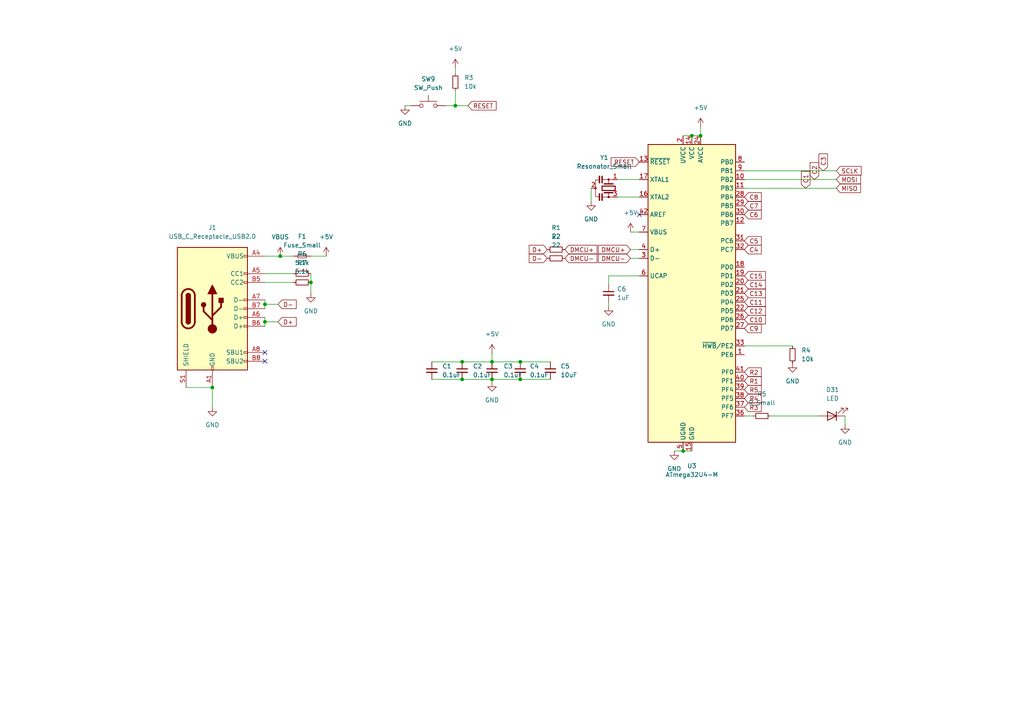
<source format=kicad_sch>
(kicad_sch (version 20210621) (generator eeschema)
  (paper "A4")
  (junction (at -10.16 344.17))
  (junction (at 114.935 339.09))
  (junction (at -64.77 339.09))
  (junction (at 142.6972 104.9528) (diameter 0.9144))
  (junction (at -39.37 326.39))
  (junction (at 132.08 30.6578) (diameter 0.9144))
  (junction (at 186.69 297.18))
  (junction (at -27.94 339.09))
  (junction (at 267.97 312.039) (diameter 0.9144))
  (junction (at 232.41 297.18))
  (junction (at -10.16 331.47))
  (junction (at -64.77 311.785))
  (junction (at 161.925 311.785))
  (junction (at -74.93 309.88))
  (junction (at 35.56 302.26))
  (junction (at 200.66 39.37) (diameter 0.9144))
  (junction (at 267.97 281.94))
  (junction (at 203.2 39.37) (diameter 0.9144))
  (junction (at -39.37 297.18))
  (junction (at 97.155 316.865))
  (junction (at 232.41 323.215))
  (junction (at 222.25 297.18))
  (junction (at 114.935 326.39))
  (junction (at 90.17 81.915))
  (junction (at 79.375 297.18))
  (junction (at -57.15 331.47))
  (junction (at 267.97 279.4))
  (junction (at -57.15 316.865))
  (junction (at 197.485 339.09))
  (junction (at -64.77 309.88))
  (junction (at 114.935 311.785))
  (junction (at 35.56 316.865))
  (junction (at 142.6972 110.0328) (diameter 0.9144))
  (junction (at 61.595 112.395))
  (junction (at -39.37 311.785))
  (junction (at 204.47 331.47))
  (junction (at 144.145 302.26))
  (junction (at 53.34 297.18))
  (junction (at 222.25 281.94))
  (junction (at 242.57 326.39))
  (junction (at 79.375 326.39))
  (junction (at 7.62 297.18))
  (junction (at 250.19 287.02))
  (junction (at 79.375 281.94))
  (junction (at -64.77 326.39))
  (junction (at 134.0358 104.9528) (diameter 0.9144))
  (junction (at -39.37 339.09))
  (junction (at -17.78 339.09))
  (junction (at 198.12 130.81) (diameter 0.9144))
  (junction (at -74.93 297.18))
  (junction (at 267.97 297.18) (diameter 0.9144))
  (junction (at 150.9014 110.0328) (diameter 0.9144))
  (junction (at 17.78 297.18))
  (junction (at 222.25 326.39))
  (junction (at 222.25 311.785))
  (junction (at 17.78 311.785))
  (junction (at 161.925 326.39))
  (junction (at 161.925 297.18))
  (junction (at 81.28 74.295))
  (junction (at 126.365 311.785))
  (junction (at 53.34 281.94))
  (junction (at 144.145 287.02))
  (junction (at 186.69 326.39))
  (junction (at -10.16 287.02))
  (junction (at 144.145 331.47))
  (junction (at 232.41 281.94))
  (junction (at 7.62 281.94))
  (junction (at 187.325 339.09))
  (junction (at 267.97 309.245) (diameter 0.9144))
  (junction (at 241.3 339.09))
  (junction (at -57.15 302.26))
  (junction (at 256.54 339.09))
  (junction (at 204.47 316.865))
  (junction (at 53.34 311.785))
  (junction (at -49.53 339.09))
  (junction (at 161.925 281.94))
  (junction (at 35.56 331.47))
  (junction (at -27.94 326.39))
  (junction (at 79.375 311.785))
  (junction (at 150.9014 104.9528) (diameter 0.9144))
  (junction (at 126.365 281.94))
  (junction (at -74.93 339.09))
  (junction (at -74.93 311.785))
  (junction (at -57.15 344.17))
  (junction (at -74.93 281.94))
  (junction (at 232.41 312.039) (diameter 0.9144))
  (junction (at -27.94 311.785))
  (junction (at -74.93 323.215))
  (junction (at 97.155 331.47))
  (junction (at -39.37 281.94))
  (junction (at 114.935 297.18))
  (junction (at -27.94 281.94))
  (junction (at 231.14 339.09))
  (junction (at -57.15 287.02))
  (junction (at 186.69 311.785))
  (junction (at 266.7 339.09))
  (junction (at 257.81 312.039) (diameter 0.9144))
  (junction (at 134.0358 110.0328) (diameter 0.9144))
  (junction (at 186.69 281.94))
  (junction (at 76.835 93.345))
  (junction (at 144.145 316.865))
  (junction (at 17.78 281.94))
  (junction (at 97.155 287.02))
  (junction (at -74.93 326.39))
  (junction (at -27.94 297.18))
  (junction (at -10.16 316.865))
  (junction (at 35.56 287.02))
  (junction (at 204.47 302.26))
  (junction (at 179.705 344.17))
  (junction (at 126.365 297.18))
  (junction (at 257.81 281.94))
  (junction (at 267.97 326.39))
  (junction (at -10.16 302.26))
  (junction (at 204.47 287.02))
  (junction (at 114.935 281.94))
  (junction (at 104.775 339.09))
  (junction (at 97.155 302.26))
  (junction (at 76.835 88.265))
  (junction (at 7.62 311.785))
  (no_connect (at 76.835 104.775))
  (no_connect (at 185.42 62.23))
  (no_connect (at 76.835 102.235))
  (wire (pts (xy 272.415 271.78) (xy 272.415 281.94)))
  (wire (pts (xy 161.925 326.39) (xy 161.925 339.09)))
  (wire (pts (xy -49.53 339.09) (xy -49.53 342.9)))
  (wire (pts (xy 114.935 339.09) (xy 114.935 341.63)))
  (wire (pts (xy 186.69 271.78) (xy 186.69 281.94)))
  (wire (pts (xy 186.69 326.39) (xy 186.69 334.645)))
  (wire (pts (xy 186.69 311.785) (xy 186.69 326.39)))
  (wire (pts (xy 186.69 281.94) (xy 186.69 297.18)))
  (wire (pts (xy 186.69 297.18) (xy 186.69 311.785)))
  (wire (pts (xy 171.45 54.61) (xy 171.45 58.42)))
  (wire (pts (xy 129.3114 30.6578) (xy 132.08 30.6578)))
  (wire (pts (xy 132.08 30.6578) (xy 135.7376 30.6578)))
  (wire (pts (xy -10.16 331.47) (xy 35.56 331.47)))
  (wire (pts (xy 266.7 339.09) (xy 267.97 339.09)))
  (wire (pts (xy 76.835 93.345) (xy 76.835 94.615)))
  (wire (pts (xy 76.835 92.075) (xy 76.835 93.345)))
  (wire (pts (xy 215.9 54.61) (xy 242.57 54.61)))
  (wire (pts (xy 126.365 311.785) (xy 126.365 326.39)))
  (wire (pts (xy 182.88 74.93) (xy 185.42 74.93)))
  (wire (pts (xy 76.835 81.915) (xy 85.09 81.915)))
  (wire (pts (xy 179.07 52.07) (xy 185.42 52.07)))
  (wire (pts (xy -74.93 323.215) (xy -74.93 326.39)))
  (wire (pts (xy 150.9014 110.0328) (xy 159.639 110.0328)))
  (wire (pts (xy 142.6972 110.0328) (xy 150.9014 110.0328)))
  (wire (pts (xy 134.0358 110.0328) (xy 142.6972 110.0328)))
  (wire (pts (xy 125.2474 110.0328) (xy 134.0358 110.0328)))
  (wire (pts (xy 144.145 287.02) (xy 204.47 287.02)))
  (wire (pts (xy 232.41 271.78) (xy 232.41 281.94)))
  (wire (pts (xy 97.155 302.26) (xy 144.145 302.26)))
  (wire (pts (xy 144.145 302.26) (xy 204.47 302.26)))
  (wire (pts (xy -10.16 302.26) (xy 35.56 302.26)))
  (wire (pts (xy 35.56 302.26) (xy 97.155 302.26)))
  (wire (pts (xy -127 302.26) (xy -57.15 302.26)))
  (wire (pts (xy -57.15 302.26) (xy -10.16 302.26)))
  (wire (pts (xy 142.6972 104.9528) (xy 150.9014 104.9528)))
  (wire (pts (xy 150.9014 104.9528) (xy 159.639 104.9528)))
  (wire (pts (xy 125.2474 104.9528) (xy 134.0358 104.9528)))
  (wire (pts (xy 134.0358 104.9528) (xy 142.6972 104.9528)))
  (wire (pts (xy 97.155 316.865) (xy 144.145 316.865)))
  (wire (pts (xy 231.14 339.09) (xy 231.14 340.995)))
  (wire (pts (xy 17.78 281.94) (xy 17.78 297.18)))
  (wire (pts (xy 17.78 271.78) (xy 17.78 281.94)))
  (wire (pts (xy 53.34 281.94) (xy 53.34 297.18)))
  (wire (pts (xy 53.34 271.78) (xy 53.34 281.94)))
  (wire (pts (xy -39.37 339.09) (xy -39.37 342.9)))
  (wire (pts (xy 241.3 339.09) (xy 241.3 340.995)))
  (wire (pts (xy -74.93 326.39) (xy -74.93 339.09)))
  (wire (pts (xy 267.97 279.4) (xy 267.97 281.94)))
  (wire (pts (xy 267.97 271.78) (xy 267.97 279.4)))
  (wire (pts (xy 215.9 52.07) (xy 242.57 52.07)))
  (wire (pts (xy 232.41 297.18) (xy 232.41 312.039)))
  (wire (pts (xy 132.08 26.3652) (xy 132.08 30.6578)))
  (wire (pts (xy 76.835 88.265) (xy 76.835 89.535)))
  (wire (pts (xy 76.835 86.995) (xy 76.835 88.265)))
  (wire (pts (xy 76.835 93.345) (xy 80.645 93.345)))
  (wire (pts (xy 179.705 344.17) (xy 248.92 344.17)))
  (wire (pts (xy -10.16 344.17) (xy 179.705 344.17)))
  (wire (pts (xy -57.15 344.17) (xy -10.16 344.17)))
  (wire (pts (xy -27.94 339.09) (xy -27.94 342.9)))
  (wire (pts (xy -27.94 326.39) (xy -27.94 339.09)))
  (wire (pts (xy 266.7 339.09) (xy 266.7 342.9)))
  (wire (pts (xy -128.905 344.17) (xy -57.15 344.17)))
  (wire (pts (xy 232.41 323.215) (xy 232.41 326.39)))
  (wire (pts (xy 204.47 302.26) (xy 250.19 302.26)))
  (wire (pts (xy -64.77 309.88) (xy -64.77 311.785)))
  (wire (pts (xy -64.77 309.8038) (xy -64.77 309.88)))
  (wire (pts (xy 257.81 279.4) (xy 257.81 281.94)))
  (wire (pts (xy 126.365 271.78) (xy 126.365 281.94)))
  (wire (pts (xy 126.365 281.94) (xy 126.365 297.18)))
  (wire (pts (xy 126.365 297.18) (xy 126.365 311.785)))
  (wire (pts (xy 197.485 339.09) (xy 197.485 340.995)))
  (wire (pts (xy 179.07 57.15) (xy 185.42 57.15)))
  (wire (pts (xy 76.835 74.295) (xy 81.28 74.295)))
  (wire (pts (xy -27.94 271.78) (xy -27.94 281.94)))
  (wire (pts (xy 114.935 271.78) (xy 114.935 281.94)))
  (wire (pts (xy 114.935 281.94) (xy 114.935 297.18)))
  (wire (pts (xy 7.62 281.94) (xy 7.62 297.18)))
  (wire (pts (xy 7.874 312.039) (xy 7.874 326.2376)))
  (wire (pts (xy 7.62 311.785) (xy 7.62 312.293)))
  (wire (pts (xy 7.62 297.18) (xy 7.62 311.785)))
  (wire (pts (xy 7.62 271.78) (xy 7.62 281.94)))
  (wire (pts (xy 232.41 281.94) (xy 232.41 297.18)))
  (wire (pts (xy 242.57 323.215) (xy 242.57 326.39)))
  (wire (pts (xy 161.925 271.78) (xy 161.925 281.94)))
  (wire (pts (xy 161.925 311.785) (xy 161.925 326.39)))
  (wire (pts (xy 161.925 297.18) (xy 161.925 311.785)))
  (wire (pts (xy 161.925 281.94) (xy 161.925 297.18)))
  (wire (pts (xy -2.54 339.09) (xy 104.775 339.09)))
  (wire (pts (xy 182.88 72.39) (xy 185.42 72.39)))
  (wire (pts (xy 17.78 311.785) (xy 17.78 326.39)))
  (wire (pts (xy 17.78 297.18) (xy 17.78 311.785)))
  (wire (pts (xy 232.41 312.039) (xy 232.41 323.215)))
  (wire (pts (xy 223.52 120.65) (xy 237.49 120.65)))
  (wire (pts (xy 267.97 326.39) (xy 267.97 339.09)))
  (wire (pts (xy 132.08 19.7104) (xy 132.08 21.2852)))
  (wire (pts (xy 61.595 112.395) (xy 61.595 118.11)))
  (wire (pts (xy 245.11 120.65) (xy 245.11 123.19)))
  (wire (pts (xy 144.145 331.47) (xy 204.47 331.47)))
  (wire (pts (xy 97.155 331.47) (xy 144.145 331.47)))
  (wire (pts (xy 215.9 120.65) (xy 218.44 120.65)))
  (wire (pts (xy 97.155 287.02) (xy 144.145 287.02)))
  (wire (pts (xy 142.6972 110.0328) (xy 142.6972 110.9218)))
  (wire (pts (xy 203.2 36.83) (xy 203.2 39.37)))
  (wire (pts (xy 197.485 334.645) (xy 197.485 339.09)))
  (wire (pts (xy 186.69 334.645) (xy 197.485 334.645)))
  (wire (pts (xy -10.16 287.02) (xy 35.56 287.02)))
  (wire (pts (xy 79.375 326.39) (xy 79.375 326.4662)))
  (wire (pts (xy 79.375 311.785) (xy 79.375 326.39)))
  (wire (pts (xy 79.375 271.78) (xy 79.375 281.94)))
  (wire (pts (xy 79.375 281.94) (xy 79.375 297.18)))
  (wire (pts (xy 79.375 297.18) (xy 79.375 311.785)))
  (wire (pts (xy 53.34 311.785) (xy 53.34 326.39)))
  (wire (pts (xy -39.37 281.94) (xy -39.37 297.18)))
  (wire (pts (xy -39.37 297.18) (xy -39.37 311.785)))
  (wire (pts (xy -39.37 271.78) (xy -39.37 281.94)))
  (wire (pts (xy 222.25 326.39) (xy 222.25 339.09)))
  (wire (pts (xy 222.25 339.09) (xy 231.14 339.09)))
  (wire (pts (xy 176.53 87.63) (xy 176.53 88.9)))
  (wire (pts (xy -27.94 281.94) (xy -27.94 297.18)))
  (wire (pts (xy -27.94 297.18) (xy -27.94 311.785)))
  (wire (pts (xy 104.775 339.09) (xy 104.775 341.63)))
  (wire (pts (xy -74.93 309.88) (xy -74.93 311.785)))
  (wire (pts (xy -74.93 281.94) (xy -74.93 297.18)))
  (wire (pts (xy -74.93 297.18) (xy -74.93 309.88)))
  (wire (pts (xy -74.93 271.78) (xy -74.93 281.94)))
  (wire (pts (xy -74.93 311.785) (xy -74.93 323.215)))
  (wire (pts (xy 204.47 287.02) (xy 250.19 287.02)))
  (wire (pts (xy 250.19 287.02) (xy 290.195 287.02)))
  (wire (pts (xy 97.155 287.02) (xy 35.56 287.02)))
  (wire (pts (xy -127 287.02) (xy -57.15 287.02)))
  (wire (pts (xy -57.15 287.02) (xy -10.16 287.02)))
  (wire (pts (xy 35.56 331.47) (xy 97.155 331.47)))
  (wire (pts (xy 195.58 130.81) (xy 198.12 130.81)))
  (wire (pts (xy 114.935 311.785) (xy 114.935 326.39)))
  (wire (pts (xy -64.77 323.215) (xy -64.77 326.39)))
  (wire (pts (xy -64.77 326.39) (xy -64.77 326.4662)))
  (wire (pts (xy 256.54 339.09) (xy 256.54 342.9)))
  (wire (pts (xy 215.9 100.33) (xy 229.87 100.33)))
  (wire (pts (xy 53.34 297.18) (xy 53.34 311.785)))
  (wire (pts (xy 257.81 309.245) (xy 257.81 312.039)))
  (wire (pts (xy 215.9 49.53) (xy 242.57 49.53)))
  (wire (pts (xy -17.78 339.09) (xy -17.78 342.9)))
  (wire (pts (xy 176.53 80.01) (xy 185.42 80.01)))
  (wire (pts (xy 176.53 82.55) (xy 176.53 80.01)))
  (wire (pts (xy -27.94 311.785) (xy -27.94 326.39)))
  (wire (pts (xy 204.47 316.865) (xy 249.936 316.865)))
  (wire (pts (xy 144.145 316.865) (xy 204.47 316.865)))
  (wire (pts (xy 35.56 316.865) (xy 97.155 316.865)))
  (wire (pts (xy -127.635 316.865) (xy -57.15 316.865)))
  (wire (pts (xy -57.15 316.865) (xy -10.16 316.865)))
  (wire (pts (xy 267.97 297.18) (xy 267.97 309.245)))
  (wire (pts (xy 267.97 281.94) (xy 267.97 297.18)))
  (wire (pts (xy 267.97 309.245) (xy 267.97 312.039)))
  (wire (pts (xy 76.835 88.265) (xy 80.645 88.265)))
  (wire (pts (xy -39.37 311.785) (xy -39.37 326.39)))
  (wire (pts (xy 90.17 74.295) (xy 94.615 74.295)))
  (wire (pts (xy 187.325 339.09) (xy 187.325 340.995)))
  (wire (pts (xy 198.12 130.81) (xy 200.66 130.81)))
  (wire (pts (xy -10.16 316.865) (xy 35.56 316.865)))
  (wire (pts (xy -39.37 326.39) (xy -39.37 339.09)))
  (wire (pts (xy 114.935 326.39) (xy 114.935 339.09)))
  (wire (pts (xy 114.935 297.18) (xy 114.935 311.785)))
  (wire (pts (xy 222.25 297.18) (xy 222.25 311.785)))
  (wire (pts (xy 222.25 311.785) (xy 222.25 326.39)))
  (wire (pts (xy 222.25 271.78) (xy 222.25 281.94)))
  (wire (pts (xy 222.25 281.94) (xy 222.25 297.18)))
  (wire (pts (xy 182.88 67.31) (xy 185.42 67.31)))
  (wire (pts (xy 117.475 30.6578) (xy 119.1514 30.6578)))
  (wire (pts (xy -57.15 331.47) (xy -10.16 331.47)))
  (wire (pts (xy -128.27 331.47) (xy -57.15 331.47)))
  (wire (pts (xy -74.93 339.09) (xy -74.93 342.9)))
  (wire (pts (xy 81.28 74.295) (xy 85.09 74.295)))
  (wire (pts (xy 53.975 112.395) (xy 61.595 112.395)))
  (wire (pts (xy 204.47 331.47) (xy 250.19 331.47)))
  (wire (pts (xy 90.17 81.915) (xy 90.17 85.09)))
  (wire (pts (xy 90.17 79.375) (xy 90.17 81.915)))
  (wire (pts (xy 267.97 312.039) (xy 267.97 326.39)))
  (wire (pts (xy 76.835 79.375) (xy 85.09 79.375)))
  (wire (pts (xy 198.12 39.37) (xy 200.66 39.37)))
  (wire (pts (xy 200.66 39.37) (xy 203.2 39.37)))
  (wire (pts (xy 142.6972 102.4636) (xy 142.6972 104.9528)))
  (wire (pts (xy -64.77 339.09) (xy -64.77 342.9)))
  (global_label "R5" (shape input) (at 215.9 113.03 0) (property "Intersheet References" "${INTERSHEET_REFS}" (effects hide)))
  (global_label "C5" (shape input) (at 17.78 271.78 90) (property "Intersheet References" "${INTERSHEET_REFS}" (effects hide)))
  (global_label "RESET" (shape input) (at 185.42 46.99 180) (property "Intersheet References" "${INTERSHEET_REFS}" (effects hide)))
  (global_label "C5" (shape input) (at 215.9 69.85 0) (property "Intersheet References" "${INTERSHEET_REFS}" (effects hide)))
  (global_label "C8" (shape input) (at 215.9 57.15 0) (property "Intersheet References" "${INTERSHEET_REFS}" (effects hide)))
  (global_label "DMCU+" (shape input) (at 163.83 72.39 0) (property "Intersheet References" "${INTERSHEET_REFS}" (effects hide)))
  (global_label "C11" (shape input) (at 186.69 271.78 90) (property "Intersheet References" "${INTERSHEET_REFS}" (effects hide)))
  (global_label "C9" (shape input) (at 126.365 271.78 90) (property "Intersheet References" "${INTERSHEET_REFS}" (effects hide)))
  (global_label "C13" (shape input) (at 215.9 85.09 0) (property "Intersheet References" "${INTERSHEET_REFS}" (effects hide)))
  (global_label "C8" (shape input) (at 114.935 271.78 90) (property "Intersheet References" "${INTERSHEET_REFS}" (effects hide)))
  (global_label "C6" (shape input) (at 53.34 271.78 90) (property "Intersheet References" "${INTERSHEET_REFS}" (effects hide)))
  (global_label "C1" (shape input) (at 233.68 54.61 90) (property "Intersheet References" "${INTERSHEET_REFS}" (effects hide)))
  (global_label "C15" (shape input) (at 272.415 271.78 90) (property "Intersheet References" "${INTERSHEET_REFS}" (effects hide)))
  (global_label "RESET" (shape input) (at 135.7376 30.6578 0) (property "Intersheet References" "${INTERSHEET_REFS}" (effects hide)))
  (global_label "C9" (shape input) (at 215.9 95.25 0) (property "Intersheet References" "${INTERSHEET_REFS}" (effects hide)))
  (global_label "C7" (shape input) (at 215.9 59.69 0) (property "Intersheet References" "${INTERSHEET_REFS}" (effects hide)))
  (global_label "C2" (shape input) (at 236.22 52.07 90) (property "Intersheet References" "${INTERSHEET_REFS}" (effects hide)))
  (global_label "R1" (shape input) (at 215.9 110.49 0) (property "Intersheet References" "${INTERSHEET_REFS}" (effects hide)))
  (global_label "C3" (shape input) (at 238.76 49.53 90) (property "Intersheet References" "${INTERSHEET_REFS}" (effects hide)))
  (global_label "R2" (shape input) (at -127 302.26 180) (property "Intersheet References" "${INTERSHEET_REFS}" (effects hide)))
  (global_label "D-" (shape input) (at 158.75 74.93 180) (property "Intersheet References" "${INTERSHEET_REFS}" (effects hide)))
  (global_label "C4" (shape input) (at 7.62 271.78 90) (property "Intersheet References" "${INTERSHEET_REFS}" (effects hide)))
  (global_label "C14" (shape input) (at 267.97 271.78 90) (property "Intersheet References" "${INTERSHEET_REFS}" (effects hide)))
  (global_label "R4" (shape input) (at 215.9 115.57 0) (property "Intersheet References" "${INTERSHEET_REFS}" (effects hide)))
  (global_label "DMCU-" (shape input) (at 163.83 74.93 0) (property "Intersheet References" "${INTERSHEET_REFS}" (effects hide)))
  (global_label "C10" (shape input) (at 215.9 92.71 0) (property "Intersheet References" "${INTERSHEET_REFS}" (effects hide)))
  (global_label "D+" (shape input) (at 158.75 72.39 180) (property "Intersheet References" "${INTERSHEET_REFS}" (effects hide)))
  (global_label "R3" (shape input) (at -127.635 316.865 180) (property "Intersheet References" "${INTERSHEET_REFS}" (effects hide)))
  (global_label "C12" (shape input) (at 215.9 90.17 0) (property "Intersheet References" "${INTERSHEET_REFS}" (effects hide)))
  (global_label "C14" (shape input) (at 215.9 82.55 0) (property "Intersheet References" "${INTERSHEET_REFS}" (effects hide)))
  (global_label "D+" (shape input) (at 80.645 93.345 0) (property "Intersheet References" "${INTERSHEET_REFS}" (effects hide)))
  (global_label "C10" (shape input) (at 161.925 271.78 90) (property "Intersheet References" "${INTERSHEET_REFS}" (effects hide)))
  (global_label "C4" (shape input) (at 215.9 72.39 0) (property "Intersheet References" "${INTERSHEET_REFS}" (effects hide)))
  (global_label "D-" (shape input) (at 80.645 88.265 0) (property "Intersheet References" "${INTERSHEET_REFS}" (effects hide)))
  (global_label "R1" (shape input) (at -127 287.02 180) (property "Intersheet References" "${INTERSHEET_REFS}" (effects hide)))
  (global_label "C2" (shape input) (at -39.37 271.78 90) (property "Intersheet References" "${INTERSHEET_REFS}" (effects hide)))
  (global_label "SCLK" (shape input) (at 242.57 49.53 0) (property "Intersheet References" "${INTERSHEET_REFS}" (effects hide)))
  (global_label "MISO" (shape input) (at 242.57 54.61 0) (property "Intersheet References" "${INTERSHEET_REFS}" (effects hide)))
  (global_label "C3" (shape input) (at -27.94 271.78 90) (property "Intersheet References" "${INTERSHEET_REFS}" (effects hide)))
  (global_label "DMCU+" (shape input) (at 182.88 72.39 180) (property "Intersheet References" "${INTERSHEET_REFS}" (effects hide)))
  (global_label "MOSI" (shape input) (at 242.57 52.07 0) (property "Intersheet References" "${INTERSHEET_REFS}" (effects hide)))
  (global_label "R4" (shape input) (at -128.27 331.47 180) (property "Intersheet References" "${INTERSHEET_REFS}" (effects hide)))
  (global_label "C1" (shape input) (at -74.93 271.78 90) (property "Intersheet References" "${INTERSHEET_REFS}" (effects hide)))
  (global_label "R3" (shape input) (at 215.9 118.11 0) (property "Intersheet References" "${INTERSHEET_REFS}" (effects hide)))
  (global_label "C6" (shape input) (at 215.9 62.23 0) (property "Intersheet References" "${INTERSHEET_REFS}" (effects hide)))
  (global_label "DMCU-" (shape input) (at 182.88 74.93 180) (property "Intersheet References" "${INTERSHEET_REFS}" (effects hide)))
  (global_label "C15" (shape input) (at 215.9 80.01 0) (property "Intersheet References" "${INTERSHEET_REFS}" (effects hide)))
  (global_label "C12" (shape input) (at 222.25 271.78 90) (property "Intersheet References" "${INTERSHEET_REFS}" (effects hide)))
  (global_label "C13" (shape input) (at 232.41 271.78 90) (property "Intersheet References" "${INTERSHEET_REFS}" (effects hide)))
  (global_label "C11" (shape input) (at 215.9 87.63 0) (property "Intersheet References" "${INTERSHEET_REFS}" (effects hide)))
  (global_label "R5" (shape input) (at -128.905 344.17 180) (property "Intersheet References" "${INTERSHEET_REFS}" (effects hide)))
  (global_label "R2" (shape input) (at 215.9 107.95 0) (property "Intersheet References" "${INTERSHEET_REFS}" (effects hide)))
  (global_label "C7" (shape input) (at 79.375 271.78 90) (property "Intersheet References" "${INTERSHEET_REFS}" (effects hide)))
  (symbol (lib_id "Device:R_Small") (at 161.29 74.93 90) (unit 1)
    (property "Reference" "R2" (at 161.29 68.58 90))
    (property "Value" "22" (at 161.29 71.12 90))
    (property "Footprint" "Resistor_SMD:R_0603_1608Metric" (effects hide))
  )
  (symbol (lib_id "Switch:SW_Push") (at 262.89 281.94 0) (unit 1)
    (property "Reference" "SW1" (at 262.89 281.305 0))
    (property "Value" "CPG151101S11" (effects hide))
    (property "Footprint" "MX_Only:MXOnly-1U-NoLED" (effects hide))
    (property "Keycode" "BSPC" (at 262.89 283.21 0) (effects (font (size 0.762 0.762))))
    (property "Manufacturer" "Kaihua" (effects hide))
    (property "Specification" "MX-style switch socket" (effects hide))
  )
  (symbol (lib_id "Switch:SW_Push") (at 22.86 326.39 180) (unit 1)
    (property "Reference" "SW68" (at 22.86 327.025 0))
    (property "Value" "CPG151101S11" (effects hide))
    (property "Footprint" "MX_Only:MXOnly-1U-NoLED" (effects hide))
    (property "Keycode" "C" (at 22.86 325.12 0) (effects (font (size 0.762 0.762))))
    (property "Manufacturer" "Kaihua" (effects hide))
    (property "Specification" "MX-style switch socket" (effects hide))
  )
  (symbol (lib_id "Switch:SW_Push") (at -69.85 297.18 0) (mirror y) (unit 1)
    (property "Reference" "SW36" (at -69.215 297.18 0))
    (property "Value" "CPG151101S11" (effects hide))
    (property "Footprint" "MX_Only:MXOnly-1.5U-NoLED" (effects hide))
    (property "Keycode" "TAB" (at -71.12 297.18 90) (effects (font (size 0.762 0.762))))
    (property "Manufacturer" "Kaihua" (effects hide))
    (property "Specification" "MX-style switch socket" (effects hide))
  )
  (symbol (lib_id "Diode:BAV70") (at -10.16 281.94 0) (unit 1)
    (property "Reference" "D2" (at -10.16 275.463 0))
    (property "Value" "BAV70" (at -10.16 278.003 0))
    (property "Footprint" "Package_TO_SOT_SMD:SOT-23" (effects hide))
    (property "Datasheet" "https://assets.nexperia.com/documents/data-sheet/BAV70_SER.pdf" (effects hide))
  )
  (symbol (lib_id "Diode:BAV70") (at 250.19 297.18 0) (unit 1)
    (property "Reference" "D27" (at 250.19 290.703 0))
    (property "Value" "BAV70" (at 250.19 293.243 0))
    (property "Footprint" "Package_TO_SOT_SMD:SOT-23" (effects hide))
    (property "Datasheet" "https://assets.nexperia.com/documents/data-sheet/BAV70_SER.pdf" (effects hide))
  )
  (symbol (lib_id "Switch:SW_Push") (at 262.89 326.39 0) (unit 1)
    (property "Reference" "SW5" (at 262.89 325.755 0))
    (property "Value" "CPG151101S11" (effects hide))
    (property "Footprint" "MX_Only:MXOnly-1U-NoLED" (effects hide))
    (property "Keycode" "RSFT" (at 262.89 327.66 0) (effects (font (size 0.762 0.762))))
    (property "Manufacturer" "Kaihua" (effects hide))
    (property "Specification" "MX-style switch socket" (effects hide))
  )
  (symbol (lib_id "Switch:SW_Push") (at 192.405 339.09 0) (mirror x) (unit 1)
    (property "Reference" "SW84" (at 192.405 339.725 0))
    (property "Value" "CPG151101S11" (effects hide))
    (property "Footprint" "MX_Only:MXOnly-1.5U-NoLED" (effects hide))
    (property "Keycode" "RALT" (at 192.405 337.82 0) (effects (font (size 0.762 0.762))))
    (property "Manufacturer" "Kaihua" (effects hide))
    (property "Specification" "MX-style switch socket" (effects hide))
  )
  (symbol (lib_id "power:+5V") (at 142.6972 102.4636 0) (unit 1)
    (property "Reference" "#PWR0111" (effects hide))
    (property "Value" "+5V" (at 142.6972 96.8756 0))
  )
  (symbol (lib_id "Switch:SW_Push") (at -69.85 339.09 180) (unit 1)
    (property "Reference" "SW13" (at -69.85 339.725 0))
    (property "Value" "CPG151101S11" (effects hide))
    (property "Footprint" "MX_Only:MXOnly-1.5U-NoLED" (effects hide))
    (property "Keycode" "LCTRL" (at -69.85 337.82 0) (effects (font (size 0.762 0.762))))
    (property "Manufacturer" "Kaihua" (effects hide))
    (property "Specification" "MX-style switch socket" (effects hide))
  )
  (symbol (lib_id "Diode:BAV70") (at 250.19 326.39 0) (unit 1)
    (property "Reference" "D29" (at 250.19 319.913 0))
    (property "Value" "BAV70" (at 250.19 322.453 0))
    (property "Footprint" "Package_TO_SOT_SMD:SOT-23" (effects hide))
    (property "Datasheet" "https://assets.nexperia.com/documents/data-sheet/BAV70_SER.pdf" (effects hide))
  )
  (symbol (lib_id "Diode:BAV70") (at 144.145 281.94 0) (unit 1)
    (property "Reference" "D5" (at 144.145 275.463 0))
    (property "Value" "BAV70" (at 144.145 278.003 0))
    (property "Footprint" "Package_TO_SOT_SMD:SOT-23" (effects hide))
    (property "Datasheet" "https://assets.nexperia.com/documents/data-sheet/BAV70_SER.pdf" (effects hide))
  )
  (symbol (lib_id "Switch:SW_Push") (at -44.45 311.785 0) (unit 1)
    (property "Reference" "SW53" (at -44.45 311.15 0))
    (property "Value" "CPG151101S11" (effects hide))
    (property "Footprint" "MX_Only:MXOnly-1U-NoLED" (effects hide))
    (property "Keycode" "A" (at -44.45 313.055 0) (effects (font (size 0.762 0.762))))
    (property "Manufacturer" "Kaihua" (effects hide))
    (property "Specification" "MX-style switch socket" (effects hide))
  )
  (symbol (lib_id "Switch:SW_Push") (at -69.85 342.9 180) (unit 1)
    (property "Reference" "SW34" (at -69.85 343.535 0))
    (property "Value" "CPG151101S11" (effects hide))
    (property "Footprint" "MX_Only:MXOnly-1.25U-NoLED" (effects hide))
    (property "Keycode" "LCTRL" (at -69.85 341.63 0) (effects (font (size 0.762 0.762))))
    (property "Manufacturer" "Kaihua" (effects hide))
    (property "Specification" "MX-style switch socket" (effects hide))
  )
  (symbol (lib_id "Switch:SW_Push") (at 84.455 326.39 180) (unit 1)
    (property "Reference" "SW70" (at 84.455 327.025 0))
    (property "Value" "CPG151101S11" (effects hide))
    (property "Footprint" "MX_Only:MXOnly-1U-NoLED" (effects hide))
    (property "Keycode" "B" (at 84.455 325.12 0) (effects (font (size 0.762 0.762))))
    (property "Manufacturer" "Kaihua" (effects hide))
    (property "Specification" "MX-style switch socket" (effects hide))
  )
  (symbol (lib_id "Switch:SW_Push") (at 261.62 339.09 0) (mirror x) (unit 1)
    (property "Reference" "SW14" (at 261.62 339.725 0))
    (property "Value" "CPG151101S11" (effects hide))
    (property "Footprint" "MX_Only:MXOnly-1.5U-NoLED" (effects hide))
    (property "Keycode" "RCTRL" (at 261.62 337.82 0) (effects (font (size 0.762 0.762))))
    (property "Manufacturer" "Kaihua" (effects hide))
    (property "Specification" "MX-style switch socket" (effects hide))
  )
  (symbol (lib_id "Switch:SW_Push") (at -22.86 297.18 180) (unit 1)
    (property "Reference" "SW38" (at -22.86 297.815 0))
    (property "Value" "CPG151101S11" (effects hide))
    (property "Footprint" "MX_Only:MXOnly-1U-NoLED" (effects hide))
    (property "Keycode" "W" (at -22.86 295.91 0) (effects (font (size 0.762 0.762))))
    (property "Manufacturer" "Kaihua" (effects hide))
    (property "Specification" "MX-style switch socket" (effects hide))
  )
  (symbol (lib_id "Diode:BAV70") (at -57.15 311.785 0) (unit 1)
    (property "Reference" "D10" (at -57.15 305.308 0))
    (property "Value" "BAV70" (at -57.15 307.848 0))
    (property "Footprint" "Package_TO_SOT_SMD:SOT-23" (effects hide))
    (property "Datasheet" "https://assets.nexperia.com/documents/data-sheet/BAV70_SER.pdf" (effects hide))
  )
  (symbol (lib_id "power:GND") (at 61.595 118.11 0) (unit 1)
    (property "Reference" "#PWR0101" (effects hide))
    (property "Value" "GND" (at 61.595 123.2408 0))
  )
  (symbol (lib_id "Device:C_Small") (at 150.9014 107.4928 0) (unit 1)
    (property "Reference" "C4" (at 153.67 106.2227 0) (effects (justify left)))
    (property "Value" "0.1uF" (at 153.67 108.7627 0) (effects (justify left)))
    (property "Footprint" "Capacitor_SMD:C_0603_1608Metric" (effects hide))
  )
  (symbol (lib_id "Diode:BAV70") (at 97.155 297.18 0) (unit 1)
    (property "Reference" "D18" (at 97.155 290.703 0))
    (property "Value" "BAV70" (at 97.155 293.243 0))
    (property "Footprint" "Package_TO_SOT_SMD:SOT-23" (effects hide))
    (property "Datasheet" "https://assets.nexperia.com/documents/data-sheet/BAV70_SER.pdf" (effects hide))
  )
  (symbol (lib_id "Switch:SW_Push") (at 131.445 326.39 180) (unit 1)
    (property "Reference" "SW72" (at 131.445 327.025 0))
    (property "Value" "CPG151101S11" (effects hide))
    (property "Footprint" "MX_Only:MXOnly-1U-NoLED" (effects hide))
    (property "Keycode" "M" (at 131.445 325.12 0) (effects (font (size 0.762 0.762))))
    (property "Manufacturer" "Kaihua" (effects hide))
    (property "Specification" "MX-style switch socket" (effects hide))
  )
  (symbol (lib_id "Switch:SW_Push") (at 22.86 297.18 180) (unit 1)
    (property "Reference" "SW40" (at 22.86 297.815 0))
    (property "Value" "CPG151101S11" (effects hide))
    (property "Footprint" "MX_Only:MXOnly-1U-NoLED" (effects hide))
    (property "Keycode" "R" (at 22.86 295.91 0) (effects (font (size 0.762 0.762))))
    (property "Manufacturer" "Kaihua" (effects hide))
    (property "Specification" "MX-style switch socket" (effects hide))
  )
  (symbol (lib_id "Switch:SW_Push") (at -44.45 342.9 0) (unit 1)
    (property "Reference" "SW35" (at -44.45 342.265 0))
    (property "Value" "CPG151101S11" (effects hide))
    (property "Footprint" "MX_Only:MXOnly-1.25U-NoLED" (effects hide))
    (property "Keycode" "LGUI" (at -44.45 344.17 0) (effects (font (size 0.762 0.762))))
    (property "Manufacturer" "Kaihua" (effects hide))
    (property "Specification" "MX-style switch socket" (effects hide))
  )
  (symbol (lib_id "power:GND") (at 117.475 30.6578 0) (unit 1)
    (property "Reference" "#PWR0106" (effects hide))
    (property "Value" "GND" (at 117.475 35.7886 0))
  )
  (symbol (lib_id "Switch:SW_Push") (at 237.49 281.94 180) (unit 1)
    (property "Reference" "SW32" (at 237.49 282.575 0))
    (property "Value" "CPG151101S11" (effects hide))
    (property "Footprint" "MX_Only:MXOnly-1U-NoLED" (effects hide))
    (property "Keycode" "EQUAL" (at 237.49 280.67 0) (effects (font (size 0.762 0.762))))
    (property "Manufacturer" "Kaihua" (effects hide))
    (property "Specification" "MX-style switch socket" (effects hide))
  )
  (symbol (lib_id "Device:Resonator_Small") (at 176.53 54.61 270) (unit 1)
    (property "Reference" "Y1" (at 175.26 45.72 90))
    (property "Value" "Resonator_Small" (at 175.26 48.26 90))
    (property "Footprint" "Crystal:Resonator_SMD_Murata_CSTxExxV-3Pin_3.0x1.1mm" (effects hide))
  )
  (symbol (lib_id "Switch:SW_Push") (at 191.77 281.94 180) (unit 1)
    (property "Reference" "SW30" (at 191.77 282.575 0))
    (property "Value" "CPG151101S11" (effects hide))
    (property "Footprint" "MX_Only:MXOnly-1U-NoLED" (effects hide))
    (property "Keycode" "0" (at 191.77 280.67 0) (effects (font (size 0.762 0.762))))
    (property "Manufacturer" "Kaihua" (effects hide))
    (property "Specification" "MX-style switch socket" (effects hide))
  )
  (symbol (lib_id "MCU_Microchip_ATmega:ATmega32U4-M") (at 200.66 85.09 0) (unit 1)
    (property "Reference" "U3" (at 200.66 135.128 0))
    (property "Value" "ATmega32U4-M" (at 200.66 137.668 0))
    (property "Footprint" "Package_DFN_QFN:QFN-44-1EP_7x7mm_P0.5mm_EP5.2x5.2mm" (effects hide))
    (property "Datasheet" "http://ww1.microchip.com/downloads/en/DeviceDoc/Atmel-7766-8-bit-AVR-ATmega16U4-32U4_Datasheet.pdf" (effects hide))
  )
  (symbol (lib_id "Switch:SW_Push") (at -22.86 342.9 180) (unit 1)
    (property "Reference" "SW50" (at -22.86 343.535 0))
    (property "Value" "CPG151101S11" (effects hide))
    (property "Footprint" "MX_Only:MXOnly-1.25U-NoLED" (effects hide))
    (property "Keycode" "LALT" (at -22.86 341.63 0) (effects (font (size 0.762 0.762))))
    (property "Manufacturer" "Kaihua" (effects hide))
    (property "Specification" "MX-style switch socket" (effects hide))
  )
  (symbol (lib_id "power:GND") (at 195.58 130.81 0) (unit 1)
    (property "Reference" "#PWR0104" (effects hide))
    (property "Value" "GND" (at 195.58 135.9408 0))
  )
  (symbol (lib_id "Switch:SW_Push") (at 22.86 281.94 180) (unit 1)
    (property "Reference" "SW24" (at 22.86 282.575 0))
    (property "Value" "CPG151101S11" (effects hide))
    (property "Footprint" "MX_Only:MXOnly-1U-NoLED" (effects hide))
    (property "Keycode" "4" (at 22.86 280.67 0) (effects (font (size 0.762 0.762))))
    (property "Manufacturer" "Kaihua" (effects hide))
    (property "Specification" "MX-style switch socket" (effects hide))
  )
  (symbol (lib_id "Switch:SW_Push") (at -22.86 339.09 180) (unit 1)
    (property "Reference" "SW82" (at -22.86 339.725 0))
    (property "Value" "CPG151101S11" (effects hide))
    (property "Footprint" "MX_Only:MXOnly-1.5U-NoLED" (effects hide))
    (property "Keycode" "LALT" (at -22.86 337.82 0) (effects (font (size 0.762 0.762))))
    (property "Manufacturer" "Kaihua" (effects hide))
    (property "Specification" "MX-style switch socket" (effects hide))
  )
  (symbol (lib_id "Switch:SW_Push") (at 131.445 281.94 180) (unit 1)
    (property "Reference" "SW28" (at 131.445 282.575 0))
    (property "Value" "CPG151101S11" (effects hide))
    (property "Footprint" "MX_Only:MXOnly-1U-NoLED" (effects hide))
    (property "Keycode" "8" (at 131.445 280.67 0) (effects (font (size 0.762 0.762))))
    (property "Manufacturer" "Kaihua" (effects hide))
    (property "Specification" "MX-style switch socket" (effects hide))
  )
  (symbol (lib_id "Diode:BAV70") (at 204.47 311.785 0) (unit 1)
    (property "Reference" "D25" (at 204.47 305.308 0))
    (property "Value" "BAV70" (at 204.47 307.848 0))
    (property "Footprint" "Package_TO_SOT_SMD:SOT-23" (effects hide))
    (property "Datasheet" "https://assets.nexperia.com/documents/data-sheet/BAV70_SER.pdf" (effects hide))
  )
  (symbol (lib_id "Device:C_Small") (at 142.6972 107.4928 0) (unit 1)
    (property "Reference" "C3" (at 146.05 106.2227 0) (effects (justify left)))
    (property "Value" "0.1uF" (at 146.05 108.7627 0) (effects (justify left)))
    (property "Footprint" "Capacitor_SMD:C_0603_1608Metric" (effects hide))
  )
  (symbol (lib_id "Diode:BAV70") (at 179.705 339.09 0) (unit 1)
    (property "Reference" "D30" (at 179.705 333.0448 0))
    (property "Value" "BAV70" (at 179.705 335.5848 0))
    (property "Footprint" "Package_TO_SOT_SMD:SOT-23" (effects hide))
    (property "Datasheet" "https://assets.nexperia.com/documents/data-sheet/BAV70_SER.pdf" (effects hide))
  )
  (symbol (lib_id "Switch:SW_Push") (at 109.855 339.09 0) (mirror x) (unit 1)
    (property "Reference" "SW83" (at 109.22 339.09 90))
    (property "Value" "CPG151101S11" (effects hide))
    (property "Footprint" "MX_Only:MXOnly-7U-ReversedStabilizers-NoLED" (effects hide))
    (property "Keycode" "SPACE" (at 111.125 339.09 90) (effects (font (size 0.762 0.762))))
    (property "Manufacturer" "Kaihua" (effects hide))
    (property "Specification" "MX-style switch socket" (effects hide))
  )
  (symbol (lib_id "Switch:SW_Push") (at -44.45 297.18 0) (unit 1)
    (property "Reference" "SW37" (at -44.45 296.545 0))
    (property "Value" "CPG151101S11" (effects hide))
    (property "Footprint" "MX_Only:MXOnly-1U-NoLED" (effects hide))
    (property "Keycode" "Q" (at -44.45 298.45 0) (effects (font (size 0.762 0.762))))
    (property "Manufacturer" "Kaihua" (effects hide))
    (property "Specification" "MX-style switch socket" (effects hide))
  )
  (symbol (lib_id "power:+5V") (at 94.615 74.295 0) (unit 1)
    (property "Reference" "#PWR0102" (effects hide))
    (property "Value" "+5V" (at 94.615 68.707 0))
  )
  (symbol (lib_id "Device:C_Small") (at 134.0358 107.4928 0) (unit 1)
    (property "Reference" "C2" (at 137.16 106.2227 0) (effects (justify left)))
    (property "Value" "0.1uF" (at 137.16 108.7627 0) (effects (justify left)))
    (property "Footprint" "Capacitor_SMD:C_0603_1608Metric" (effects hide))
  )
  (symbol (lib_id "power:GND") (at 176.53 88.9 0) (unit 1)
    (property "Reference" "#PWR0109" (effects hide))
    (property "Value" "GND" (at 176.53 94.0308 0))
  )
  (symbol (lib_id "Diode:BAV70") (at 35.56 297.18 0) (unit 1)
    (property "Reference" "D15" (at 35.56 290.703 0))
    (property "Value" "BAV70" (at 35.56 293.243 0))
    (property "Footprint" "Package_TO_SOT_SMD:SOT-23" (effects hide))
    (property "Datasheet" "https://assets.nexperia.com/documents/data-sheet/BAV70_SER.pdf" (effects hide))
  )
  (symbol (lib_id "power:GND") (at 171.45 58.42 0) (unit 1)
    (property "Reference" "#PWR0108" (effects hide))
    (property "Value" "GND" (at 171.45 63.5508 0))
  )
  (symbol (lib_id "power:+5V") (at 203.2 36.83 0) (unit 1)
    (property "Reference" "#PWR0103" (effects hide))
    (property "Value" "+5V" (at 203.2 31.242 0))
  )
  (symbol (lib_id "Switch:SW_Push") (at -69.85 309.88 0) (mirror y) (unit 1)
    (property "Reference" "SW52" (at -69.215 309.88 90))
    (property "Value" "CPG151101S11" (effects hide))
    (property "Footprint" "MX_Only:MXOnly-1.75U" (effects hide))
    (property "Keycode" "CAPS" (at -71.12 309.88 90) (effects (font (size 0.762 0.762))))
    (property "Manufacturer" "Kaihua" (effects hide))
    (property "Specification" "MX-style switch socket" (effects hide))
  )
  (symbol (lib_id "power:VBUS") (at 81.28 74.295 0) (unit 1)
    (property "Reference" "#PWR0105" (effects hide))
    (property "Value" "VBUS" (at 81.28 68.7324 0))
  )
  (symbol (lib_id "Diode:BAV70") (at 290.195 281.94 0) (unit 1)
    (property "Reference" "D8" (at 290.195 275.463 0))
    (property "Value" "BAV70" (at 290.195 278.003 0))
    (property "Footprint" "Package_TO_SOT_SMD:SOT-23" (effects hide))
    (property "Datasheet" "https://assets.nexperia.com/documents/data-sheet/BAV70_SER.pdf" (effects hide))
  )
  (symbol (lib_id "Diode:BAV70") (at -10.16 311.785 0) (unit 1)
    (property "Reference" "D13" (at -10.16 305.308 0))
    (property "Value" "BAV70" (at -10.16 307.848 0))
    (property "Footprint" "Package_TO_SOT_SMD:SOT-23" (effects hide))
    (property "Datasheet" "https://assets.nexperia.com/documents/data-sheet/BAV70_SER.pdf" (effects hide))
  )
  (symbol (lib_id "Diode:BAV70") (at -57.15 339.09 0) (unit 1)
    (property "Reference" "D33" (at -57.15 333.0448 0))
    (property "Value" "BAV70" (at -57.15 335.5848 0))
    (property "Footprint" "Package_TO_SOT_SMD:SOT-23" (effects hide))
    (property "Datasheet" "https://assets.nexperia.com/documents/data-sheet/BAV70_SER.pdf" (effects hide))
  )
  (symbol (lib_id "Diode:BAV70") (at 248.92 339.09 0) (unit 1)
    (property "Reference" "D35" (at 248.92 333.0448 0))
    (property "Value" "BAV70" (at 248.92 335.5848 0))
    (property "Footprint" "Package_TO_SOT_SMD:SOT-23" (effects hide))
    (property "Datasheet" "https://assets.nexperia.com/documents/data-sheet/BAV70_SER.pdf" (effects hide))
  )
  (symbol (lib_id "Diode:BAV70") (at 144.145 311.785 0) (unit 1)
    (property "Reference" "D22" (at 144.145 305.308 0))
    (property "Value" "BAV70" (at 144.145 307.848 0))
    (property "Footprint" "Package_TO_SOT_SMD:SOT-23" (effects hide))
    (property "Datasheet" "https://assets.nexperia.com/documents/data-sheet/BAV70_SER.pdf" (effects hide))
  )
  (symbol (lib_id "Switch:SW_Push") (at 131.445 311.785 180) (unit 1)
    (property "Reference" "SW60" (at 131.445 312.42 0))
    (property "Value" "CPG151101S11" (effects hide))
    (property "Footprint" "MX_Only:MXOnly-1U-NoLED" (effects hide))
    (property "Keycode" "K" (at 131.445 310.515 0) (effects (font (size 0.762 0.762))))
    (property "Manufacturer" "Kaihua" (effects hide))
    (property "Specification" "MX-style switch socket" (effects hide))
  )
  (symbol (lib_id "Switch:SW_Push") (at 48.26 311.785 0) (unit 1)
    (property "Reference" "SW57" (at 48.26 311.15 0))
    (property "Value" "CPG151101S11" (effects hide))
    (property "Footprint" "MX_Only:MXOnly-1U-NoLED" (effects hide))
    (property "Keycode" "G" (at 48.26 313.055 0) (effects (font (size 0.762 0.762))))
    (property "Manufacturer" "Kaihua" (effects hide))
    (property "Specification" "MX-style switch socket" (effects hide))
  )
  (symbol (lib_id "power:GND") (at 142.6972 110.9218 0) (unit 1)
    (property "Reference" "#PWR0112" (effects hide))
    (property "Value" "GND" (at 142.6972 116.0526 0))
  )
  (symbol (lib_id "Diode:BAV70") (at -57.15 281.94 0) (unit 1)
    (property "Reference" "D1" (at -57.15 275.463 0))
    (property "Value" "BAV70" (at -57.15 278.003 0))
    (property "Footprint" "Package_TO_SOT_SMD:SOT-23" (effects hide))
    (property "Datasheet" "https://assets.nexperia.com/documents/data-sheet/BAV70_SER.pdf" (effects hide))
  )
  (symbol (lib_id "Switch:SW_Push") (at 217.17 326.39 0) (unit 1)
    (property "Reference" "SW75" (at 217.17 325.755 0))
    (property "Value" "CPG151101S11" (effects hide))
    (property "Footprint" "MX_Only:MXOnly-1U-NoLED" (effects hide))
    (property "Keycode" "SLSH" (at 217.17 327.66 0) (effects (font (size 0.762 0.762))))
    (property "Manufacturer" "Kaihua" (effects hide))
    (property "Specification" "MX-style switch socket" (effects hide))
  )
  (symbol (lib_id "Diode:BAV70") (at 35.56 281.94 0) (unit 1)
    (property "Reference" "D3" (at 35.56 275.463 0))
    (property "Value" "BAV70" (at 35.56 278.003 0))
    (property "Footprint" "Package_TO_SOT_SMD:SOT-23" (effects hide))
    (property "Datasheet" "https://assets.nexperia.com/documents/data-sheet/BAV70_SER.pdf" (effects hide))
  )
  (symbol (lib_id "Device:R_Small") (at 220.98 120.65 90) (unit 1)
    (property "Reference" "R5" (at 220.98 114.3 90))
    (property "Value" "R_Small" (at 220.98 116.84 90))
    (property "Footprint" "Resistor_SMD:R_0603_1608Metric" (effects hide))
  )
  (symbol (lib_id "Switch:SW_Push") (at 277.495 281.94 180) (unit 1)
    (property "Reference" "SW2" (at 277.495 282.575 0))
    (property "Value" "CPG151101S11" (effects hide))
    (property "Footprint" "MX_Only:MXOnly-1U-NoLED" (effects hide))
    (property "Keycode" "BSPC" (at 277.495 280.67 0) (effects (font (size 0.762 0.762))))
    (property "Manufacturer" "Kaihua" (effects hide))
    (property "Specification" "MX-style switch socket" (effects hide))
  )
  (symbol (lib_id "Switch:SW_Push") (at 84.455 311.785 180) (unit 1)
    (property "Reference" "SW58" (at 84.455 312.42 0))
    (property "Value" "CPG151101S11" (effects hide))
    (property "Footprint" "MX_Only:MXOnly-1U-NoLED" (effects hide))
    (property "Keycode" "H" (at 84.455 310.515 0) (effects (font (size 0.762 0.762))))
    (property "Manufacturer" "Kaihua" (effects hide))
    (property "Specification" "MX-style switch socket" (effects hide))
  )
  (symbol (lib_id "Switch:SW_Push") (at 217.17 297.18 0) (unit 1)
    (property "Reference" "SW47" (at 217.17 296.545 0))
    (property "Value" "CPG151101S11" (effects hide))
    (property "Footprint" "MX_Only:MXOnly-1U-NoLED" (effects hide))
    (property "Keycode" "LBRKT" (at 217.17 298.45 0) (effects (font (size 0.762 0.762))))
    (property "Manufacturer" "Kaihua" (effects hide))
    (property "Specification" "MX-style switch socket" (effects hide))
  )
  (symbol (lib_id "Diode:BAV70") (at 97.155 281.94 0) (unit 1)
    (property "Reference" "D4" (at 97.155 275.463 0))
    (property "Value" "BAV70" (at 97.155 278.003 0))
    (property "Footprint" "Package_TO_SOT_SMD:SOT-23" (effects hide))
    (property "Datasheet" "https://assets.nexperia.com/documents/data-sheet/BAV70_SER.pdf" (effects hide))
  )
  (symbol (lib_id "Switch:SW_Push") (at 84.455 297.18 180) (unit 1)
    (property "Reference" "SW42" (at 84.455 297.815 0))
    (property "Value" "CPG151101S11" (effects hide))
    (property "Footprint" "MX_Only:MXOnly-1U-NoLED" (effects hide))
    (property "Keycode" "Y" (at 84.455 295.91 0) (effects (font (size 0.762 0.762))))
    (property "Manufacturer" "Kaihua" (effects hide))
    (property "Specification" "MX-style switch socket" (effects hide))
  )
  (symbol (lib_id "Diode:BAV70") (at 35.56 311.785 0) (unit 1)
    (property "Reference" "D16" (at 35.56 305.308 0))
    (property "Value" "BAV70" (at 35.56 307.848 0))
    (property "Footprint" "Package_TO_SOT_SMD:SOT-23" (effects hide))
    (property "Datasheet" "https://assets.nexperia.com/documents/data-sheet/BAV70_SER.pdf" (effects hide))
  )
  (symbol (lib_id "Diode:BAV70") (at -57.15 297.18 0) (unit 1)
    (property "Reference" "D9" (at -57.15 290.703 0))
    (property "Value" "BAV70" (at -57.15 293.243 0))
    (property "Footprint" "Package_TO_SOT_SMD:SOT-23" (effects hide))
    (property "Datasheet" "https://assets.nexperia.com/documents/data-sheet/BAV70_SER.pdf" (effects hide))
  )
  (symbol (lib_id "Diode:BAV70") (at -10.16 297.18 0) (unit 1)
    (property "Reference" "D12" (at -10.16 290.703 0))
    (property "Value" "BAV70" (at -10.16 293.243 0))
    (property "Footprint" "Package_TO_SOT_SMD:SOT-23" (effects hide))
    (property "Datasheet" "https://assets.nexperia.com/documents/data-sheet/BAV70_SER.pdf" (effects hide))
  )
  (symbol (lib_id "Switch:SW_Push") (at 156.845 297.18 0) (unit 1)
    (property "Reference" "SW45" (at 156.845 296.545 0))
    (property "Value" "CPG151101S11" (effects hide))
    (property "Footprint" "MX_Only:MXOnly-1U-NoLED" (effects hide))
    (property "Keycode" "O" (at 156.845 298.45 0) (effects (font (size 0.762 0.762))))
    (property "Manufacturer" "Kaihua" (effects hide))
    (property "Specification" "MX-style switch socket" (effects hide))
  )
  (symbol (lib_id "Switch:SW_Push") (at -69.85 281.94 0) (mirror y) (unit 1)
    (property "Reference" "SW20" (at -68.58 281.94 0))
    (property "Value" "CPG151101S11" (effects hide))
    (property "Footprint" "MX_Only:MXOnly-1U-NoLED" (effects hide))
    (property "Keycode" "GRV" (at -71.12 281.94 90) (effects (font (size 0.762 0.762))))
    (property "Manufacturer" "Kaihua" (effects hide))
    (property "Specification" "MX-style switch socket" (effects hide))
  )
  (symbol (lib_id "Switch:SW_Push") (at 261.62 342.9 0) (unit 1)
    (property "Reference" "SW12" (at 261.62 342.265 0))
    (property "Value" "CPG151101S11" (effects hide))
    (property "Footprint" "MX_Only:MXOnly-1.25U-NoLED" (effects hide))
    (property "Keycode" "RGUI" (at 261.62 344.17 0) (effects (font (size 0.762 0.762))))
    (property "Manufacturer" "Kaihua" (effects hide))
    (property "Specification" "MX-style switch socket" (effects hide))
  )
  (symbol (lib_id "Switch:SW_Push") (at 237.49 326.39 180) (unit 1)
    (property "Reference" "SW4" (at 237.49 327.025 0))
    (property "Value" "CPG151101S11" (effects hide))
    (property "Footprint" "MX_Only:MXOnly-1.75U-NoLED" (effects hide))
    (property "Keycode" "RSFT" (at 237.49 325.12 0) (effects (font (size 0.762 0.762))))
    (property "Manufacturer" "Kaihua" (effects hide))
    (property "Specification" "MX-style switch socket" (effects hide))
  )
  (symbol (lib_id "Switch:SW_Push") (at 2.54 281.94 0) (unit 1)
    (property "Reference" "SW23" (at 2.54 281.305 0))
    (property "Value" "CPG151101S11" (effects hide))
    (property "Footprint" "MX_Only:MXOnly-1U-NoLED" (effects hide))
    (property "Keycode" "3" (at 2.54 283.21 0) (effects (font (size 0.762 0.762))))
    (property "Manufacturer" "Kaihua" (effects hide))
    (property "Specification" "MX-style switch socket" (effects hide))
  )
  (symbol (lib_id "Device:R_Small") (at 87.63 81.915 90) (unit 1)
    (property "Reference" "R7" (at 87.63 76.2 90))
    (property "Value" "5.1k" (at 87.63 78.74 90))
    (property "Footprint" "Resistor_SMD:R_0603_1608Metric" (effects hide))
  )
  (symbol (lib_id "Switch:SW_Push") (at 191.77 311.785 180) (unit 1)
    (property "Reference" "SW62" (at 191.77 312.42 0))
    (property "Value" "CPG151101S11" (effects hide))
    (property "Footprint" "MX_Only:MXOnly-1U-NoLED" (effects hide))
    (property "Keycode" "COLON" (at 191.77 310.515 0) (effects (font (size 0.762 0.762))))
    (property "Manufacturer" "Kaihua" (effects hide))
    (property "Specification" "MX-style switch socket" (effects hide))
  )
  (symbol (lib_id "Diode:BAV70") (at 250.19 312.039 0) (unit 1)
    (property "Reference" "D28" (at 250.19 305.562 0))
    (property "Value" "BAV70" (at 250.19 308.102 0))
    (property "Footprint" "Package_TO_SOT_SMD:SOT-23" (effects hide))
    (property "Datasheet" "https://assets.nexperia.com/documents/data-sheet/BAV70_SER.pdf" (effects hide))
  )
  (symbol (lib_id "Switch:SW_Push") (at 191.77 326.39 180) (unit 1)
    (property "Reference" "SW74" (at 191.77 327.025 0))
    (property "Value" "CPG151101S11" (effects hide))
    (property "Footprint" "MX_Only:MXOnly-1U-NoLED" (effects hide))
    (property "Keycode" "DOT" (at 191.77 325.12 0) (effects (font (size 0.762 0.762))))
    (property "Manufacturer" "Kaihua" (effects hide))
    (property "Specification" "MX-style switch socket" (effects hide))
  )
  (symbol (lib_id "Switch:SW_Push") (at 167.005 339.09 0) (mirror y) (unit 1)
    (property "Reference" "SW11" (at 167.005 338.455 0))
    (property "Value" "CPG151101S11" (effects hide))
    (property "Footprint" "MX_Only:MXOnly-1.25U-NoLED" (effects hide))
    (property "Keycode" "RALT" (at 167.005 340.36 0) (effects (font (size 0.762 0.762))))
    (property "Manufacturer" "Kaihua" (effects hide))
    (property "Specification" "MX-style switch socket" (effects hide))
  )
  (symbol (lib_id "Switch:SW_Push") (at -44.45 281.94 0) (unit 1)
    (property "Reference" "SW21" (at -44.45 281.305 0))
    (property "Value" "CPG151101S11" (effects hide))
    (property "Footprint" "MX_Only:MXOnly-1U-NoLED" (effects hide))
    (property "Keycode" "1" (at -44.45 283.21 0) (effects (font (size 0.762 0.762))))
    (property "Manufacturer" "Kaihua" (effects hide))
    (property "Specification" "MX-style switch socket" (effects hide))
  )
  (symbol (lib_id "Switch:SW_Push") (at -22.86 326.39 180) (unit 1)
    (property "Reference" "SW66" (at -22.86 327.025 0))
    (property "Value" "CPG151101S11" (effects hide))
    (property "Footprint" "MX_Only:MXOnly-1U-NoLED" (effects hide))
    (property "Keycode" "Z" (at -22.86 325.12 0) (effects (font (size 0.762 0.762))))
    (property "Manufacturer" "Kaihua" (effects hide))
    (property "Specification" "MX-style switch socket" (effects hide))
  )
  (symbol (lib_id "Diode:BAV70") (at 204.47 297.18 0) (unit 1)
    (property "Reference" "D24" (at 204.47 290.703 0))
    (property "Value" "BAV70" (at 204.47 293.243 0))
    (property "Footprint" "Package_TO_SOT_SMD:SOT-23" (effects hide))
    (property "Datasheet" "https://assets.nexperia.com/documents/data-sheet/BAV70_SER.pdf" (effects hide))
  )
  (symbol (lib_id "Switch:SW_Push") (at 2.54 311.785 0) (unit 1)
    (property "Reference" "SW55" (at 2.54 311.15 0))
    (property "Value" "CPG151101S11" (effects hide))
    (property "Footprint" "MX_Only:MXOnly-1U-NoLED" (effects hide))
    (property "Keycode" "D" (at 2.54 313.055 0) (effects (font (size 0.762 0.762))))
    (property "Manufacturer" "Kaihua" (effects hide))
    (property "Specification" "MX-style switch socket" (effects hide))
  )
  (symbol (lib_id "Switch:SW_Push") (at 237.49 297.18 180) (unit 1)
    (property "Reference" "SW48" (at 237.49 297.815 0))
    (property "Value" "CPG151101S11" (effects hide))
    (property "Footprint" "MX_Only:MXOnly-1U-NoLED" (effects hide))
    (property "Keycode" "RBRKT" (at 237.49 295.91 0) (effects (font (size 0.762 0.762))))
    (property "Manufacturer" "Kaihua" (effects hide))
    (property "Specification" "MX-style switch socket" (effects hide))
  )
  (symbol (lib_id "Switch:SW_Push") (at -69.85 323.215 0) (mirror y) (unit 1)
    (property "Reference" "SW65" (at -69.4436 323.1388 90))
    (property "Value" "CPG151101S11" (effects hide))
    (property "Footprint" "MX_Only:MXOnly-2.25U-NoLED" (effects hide))
    (property "Keycode" "LSFT" (at -71.12 323.215 90) (effects (font (size 0.762 0.762))))
    (property "Manufacturer" "Kaihua" (effects hide))
    (property "Specification" "MX-style switch socket" (effects hide))
  )
  (symbol (lib_id "Switch:SW_Push") (at 192.405 340.995 0) (mirror x) (unit 1)
    (property "Reference" "SW51" (at 192.405 341.63 0))
    (property "Value" "CPG151101S11" (effects hide))
    (property "Footprint" "MX_Only:MXOnly-1.25U-NoLED" (effects hide))
    (property "Keycode" "LGUI" (at 192.405 339.725 0) (effects (font (size 0.762 0.762))))
    (property "Manufacturer" "Kaihua" (effects hide))
    (property "Specification" "MX-style switch socket" (effects hide))
  )
  (symbol (lib_id "Device:R_Small") (at 132.08 23.8252 180) (unit 1)
    (property "Reference" "R3" (at 134.62 22.5551 0) (effects (justify right)))
    (property "Value" "10k" (at 134.62 25.0951 0) (effects (justify right)))
    (property "Footprint" "Resistor_SMD:R_0603_1608Metric" (effects hide))
  )
  (symbol (lib_id "Switch:SW_Push") (at 109.855 341.63 0) (mirror x) (unit 1)
    (property "Reference" "SW10" (at 109.22 341.63 90))
    (property "Value" "CPG151101S11" (effects hide))
    (property "Footprint" "MX_Only:MXOnly-6.25U-ReversedStabilizers-NoLED" (effects hide))
    (property "Keycode" "SPACE" (at 111.125 341.63 90) (effects (font (size 0.762 0.762))))
    (property "Manufacturer" "Kaihua" (effects hide))
    (property "Specification" "MX-style switch socket" (effects hide))
  )
  (symbol (lib_id "Switch:SW_Push") (at 262.89 312.039 0) (unit 1)
    (property "Reference" "SW64" (at 262.89 311.404 0))
    (property "Value" "CPG151101S11" (effects hide))
    (property "Footprint" "MX_Only:MXOnly-2.25U-ReversedStabilizers-NoLED" (effects hide))
    (property "Keycode" "ENTER" (at 262.89 313.309 0) (effects (font (size 0.762 0.762))))
    (property "Manufacturer" "Kaihua" (effects hide))
    (property "Specification" "MX-style switch socket" (effects hide))
  )
  (symbol (lib_id "power:GND") (at 90.17 85.09 0) (unit 1)
    (property "Reference" "#PWR0115" (effects hide))
    (property "Value" "GND" (at 90.17 90.2208 0))
  )
  (symbol (lib_id "Switch:SW_Push") (at 109.855 281.94 0) (unit 1)
    (property "Reference" "SW27" (at 109.855 281.305 0))
    (property "Value" "CPG151101S11" (effects hide))
    (property "Footprint" "MX_Only:MXOnly-1U-NoLED" (effects hide))
    (property "Keycode" "7" (at 109.855 283.21 0) (effects (font (size 0.762 0.762))))
    (property "Manufacturer" "Kaihua" (effects hide))
    (property "Specification" "MX-style switch socket" (effects hide))
  )
  (symbol (lib_id "Diode:BAV70") (at 204.47 326.39 0) (unit 1)
    (property "Reference" "D26" (at 204.47 319.913 0))
    (property "Value" "BAV70" (at 204.47 322.453 0))
    (property "Footprint" "Package_TO_SOT_SMD:SOT-23" (effects hide))
    (property "Datasheet" "https://assets.nexperia.com/documents/data-sheet/BAV70_SER.pdf" (effects hide))
  )
  (symbol (lib_id "Diode:BAV70") (at 97.155 311.785 0) (unit 1)
    (property "Reference" "D19" (at 97.155 305.308 0))
    (property "Value" "BAV70" (at 97.155 307.848 0))
    (property "Footprint" "Package_TO_SOT_SMD:SOT-23" (effects hide))
    (property "Datasheet" "https://assets.nexperia.com/documents/data-sheet/BAV70_SER.pdf" (effects hide))
  )
  (symbol (lib_id "Connector:USB_C_Receptacle_USB2.0") (at 61.595 89.535 0) (unit 1)
    (property "Reference" "J1" (at 61.595 66.04 0))
    (property "Value" "USB_C_Receptacle_USB2.0" (at 61.595 68.58 0))
    (property "Footprint" "Connector_USB:USB_C_Receptacle_HRO_TYPE-C-31-M-12" (effects hide))
    (property "Datasheet" "https://www.usb.org/sites/default/files/documents/usb_type-c.zip" (effects hide))
  )
  (symbol (lib_id "Switch:SW_Push") (at 236.22 340.995 0) (mirror y) (unit 1)
    (property "Reference" "SW77" (at 236.22 340.36 0))
    (property "Value" "CPG151101S11" (effects hide))
    (property "Footprint" "MX_Only:MXOnly-1.25U-NoLED" (effects hide))
    (property "Keycode" "MENU" (at 236.22 342.265 0) (effects (font (size 0.762 0.762))))
    (property "Manufacturer" "Kaihua" (effects hide))
    (property "Specification" "MX-style switch socket" (effects hide))
  )
  (symbol (lib_id "Switch:SW_Push") (at 48.26 297.18 0) (unit 1)
    (property "Reference" "SW41" (at 48.26 296.545 0))
    (property "Value" "CPG151101S11" (effects hide))
    (property "Footprint" "MX_Only:MXOnly-1U-NoLED" (effects hide))
    (property "Keycode" "T" (at 48.26 298.45 0) (effects (font (size 0.762 0.762))))
    (property "Manufacturer" "Kaihua" (effects hide))
    (property "Specification" "MX-style switch socket" (effects hide))
  )
  (symbol (lib_id "Switch:SW_Push") (at 109.855 326.39 0) (unit 1)
    (property "Reference" "SW71" (at 109.855 325.755 0))
    (property "Value" "CPG151101S11" (effects hide))
    (property "Footprint" "MX_Only:MXOnly-1U-NoLED" (effects hide))
    (property "Keycode" "N" (at 109.855 327.66 0) (effects (font (size 0.762 0.762))))
    (property "Manufacturer" "Kaihua" (effects hide))
    (property "Specification" "MX-style switch socket" (effects hide))
  )
  (symbol (lib_id "Switch:SW_Push") (at 262.89 279.4 0) (unit 1)
    (property "Reference" "SW33" (at 262.89 278.765 0))
    (property "Value" "CPG151101S11" (effects hide))
    (property "Footprint" "MX_Only:MXOnly-2U-NoLED" (effects hide))
    (property "Keycode" "BSPC" (at 262.89 280.67 0) (effects (font (size 0.762 0.762))))
    (property "Manufacturer" "Kaihua" (effects hide))
    (property "Specification" "MX-style switch socket" (effects hide))
  )
  (symbol (lib_id "Diode:BAV70") (at 144.145 326.39 0) (unit 1)
    (property "Reference" "D23" (at 144.145 319.913 0))
    (property "Value" "BAV70" (at 144.145 322.453 0))
    (property "Footprint" "Package_TO_SOT_SMD:SOT-23" (effects hide))
    (property "Datasheet" "https://assets.nexperia.com/documents/data-sheet/BAV70_SER.pdf" (effects hide))
  )
  (symbol (lib_id "Switch:SW_Push") (at 217.17 281.94 0) (unit 1)
    (property "Reference" "SW31" (at 217.17 281.305 0))
    (property "Value" "CPG151101S11" (effects hide))
    (property "Footprint" "MX_Only:MXOnly-1U-NoLED" (effects hide))
    (property "Keycode" "MINUS" (at 217.17 283.21 0) (effects (font (size 0.762 0.762))))
    (property "Manufacturer" "Kaihua" (effects hide))
    (property "Specification" "MX-style switch socket" (effects hide))
  )
  (symbol (lib_id "Switch:SW_Push") (at 156.845 281.94 0) (unit 1)
    (property "Reference" "SW29" (at 156.845 281.305 0))
    (property "Value" "CPG151101S11" (effects hide))
    (property "Footprint" "MX_Only:MXOnly-1U-NoLED" (effects hide))
    (property "Keycode" "9" (at 156.845 283.21 0) (effects (font (size 0.762 0.762))))
    (property "Manufacturer" "Kaihua" (effects hide))
    (property "Specification" "MX-style switch socket" (effects hide))
  )
  (symbol (lib_id "Diode:BAV70") (at 250.19 281.94 0) (unit 1)
    (property "Reference" "D7" (at 250.19 275.463 0))
    (property "Value" "BAV70" (at 250.19 278.003 0))
    (property "Footprint" "Package_TO_SOT_SMD:SOT-23" (effects hide))
    (property "Datasheet" "https://assets.nexperia.com/documents/data-sheet/BAV70_SER.pdf" (effects hide))
  )
  (symbol (lib_id "Switch:SW_Push") (at 262.89 309.245 0) (unit 1)
    (property "Reference" "SW86" (at 262.89 308.61 0))
    (property "Value" "CPG151101S11" (effects hide))
    (property "Footprint" "MX_Only:MXOnly-ISO-ReversedStabilizers" (effects hide))
    (property "Keycode" "ENTER" (at 262.89 310.515 0) (effects (font (size 0.762 0.762))))
    (property "Manufacturer" "Kaihua" (effects hide))
    (property "Specification" "MX-style switch socket" (effects hide))
  )
  (symbol (lib_id "Device:LED") (at 241.3 120.65 180) (unit 1)
    (property "Reference" "D31" (at 241.4905 113.03 0))
    (property "Value" "LED" (at 241.4905 115.57 0))
  )
  (symbol (lib_id "Switch:SW_Push") (at 109.855 297.18 0) (unit 1)
    (property "Reference" "SW43" (at 109.855 296.545 0))
    (property "Value" "CPG151101S11" (effects hide))
    (property "Footprint" "MX_Only:MXOnly-1U-NoLED" (effects hide))
    (property "Keycode" "U" (at 109.855 298.45 0) (effects (font (size 0.762 0.762))))
    (property "Manufacturer" "Kaihua" (effects hide))
    (property "Specification" "MX-style switch socket" (effects hide))
  )
  (symbol (lib_id "Switch:SW_Push") (at 236.22 339.09 180) (unit 1)
    (property "Reference" "SW85" (at 236.22 339.725 0))
    (property "Value" "CPG151101S11" (effects hide))
    (property "Footprint" "MX_Only:MXOnly-1U-NoLED" (effects hide))
    (property "Keycode" "RGUI" (at 236.22 337.82 0) (effects (font (size 0.762 0.762))))
    (property "Manufacturer" "Kaihua" (effects hide))
    (property "Specification" "MX-style switch socket" (effects hide))
  )
  (symbol (lib_id "Switch:SW_Push") (at 131.445 297.18 180) (unit 1)
    (property "Reference" "SW44" (at 131.445 297.815 0))
    (property "Value" "CPG151101S11" (effects hide))
    (property "Footprint" "MX_Only:MXOnly-1U-NoLED" (effects hide))
    (property "Keycode" "I" (at 131.445 295.91 0) (effects (font (size 0.762 0.762))))
    (property "Manufacturer" "Kaihua" (effects hide))
    (property "Specification" "MX-style switch socket" (effects hide))
  )
  (symbol (lib_id "Switch:SW_Push") (at -69.85 311.785 0) (mirror y) (unit 1)
    (property "Reference" "SW6" (at -69.215 311.785 90))
    (property "Value" "CPG151101S11" (effects hide))
    (property "Footprint" "MX_Only:MXOnly-1.25U" (effects hide))
    (property "Keycode" "CAPS" (at -71.12 311.785 90) (effects (font (size 0.762 0.762))))
    (property "Manufacturer" "Kaihua" (effects hide))
    (property "Specification" "MX-style switch socket" (effects hide))
  )
  (symbol (lib_id "Switch:SW_Push") (at -44.45 339.09 0) (unit 1)
    (property "Reference" "SW81" (at -44.45 338.455 0))
    (property "Value" "CPG151101S11" (effects hide))
    (property "Footprint" "MX_Only:MXOnly-1U-NoLED" (effects hide))
    (property "Keycode" "LGUI" (at -44.45 340.36 0) (effects (font (size 0.762 0.762))))
    (property "Manufacturer" "Kaihua" (effects hide))
    (property "Specification" "MX-style switch socket" (effects hide))
  )
  (symbol (lib_id "Diode:BAV70") (at 144.145 297.18 0) (unit 1)
    (property "Reference" "D21" (at 144.145 290.703 0))
    (property "Value" "BAV70" (at 144.145 293.243 0))
    (property "Footprint" "Package_TO_SOT_SMD:SOT-23" (effects hide))
    (property "Datasheet" "https://assets.nexperia.com/documents/data-sheet/BAV70_SER.pdf" (effects hide))
  )
  (symbol (lib_id "Device:R_Small") (at 161.29 72.39 90) (unit 1)
    (property "Reference" "R1" (at 161.29 66.04 90))
    (property "Value" "22" (at 161.29 68.58 90))
    (property "Footprint" "Resistor_SMD:R_0603_1608Metric" (effects hide))
  )
  (symbol (lib_id "Diode:BAV70") (at 35.56 326.39 0) (unit 1)
    (property "Reference" "D17" (at 35.56 319.913 0))
    (property "Value" "BAV70" (at 35.56 322.453 0))
    (property "Footprint" "Package_TO_SOT_SMD:SOT-23" (effects hide))
    (property "Datasheet" "https://assets.nexperia.com/documents/data-sheet/BAV70_SER.pdf" (effects hide))
  )
  (symbol (lib_id "Diode:BAV70") (at -10.16 326.39 0) (unit 1)
    (property "Reference" "D14" (at -10.16 319.913 0))
    (property "Value" "BAV70" (at -10.16 322.453 0))
    (property "Footprint" "Package_TO_SOT_SMD:SOT-23" (effects hide))
    (property "Datasheet" "https://assets.nexperia.com/documents/data-sheet/BAV70_SER.pdf" (effects hide))
  )
  (symbol (lib_id "power:GND") (at 245.11 123.19 0) (unit 1)
    (property "Reference" "#PWR0114" (effects hide))
    (property "Value" "GND" (at 245.11 128.3208 0))
  )
  (symbol (lib_id "Switch:SW_Push") (at 237.49 312.039 180) (unit 1)
    (property "Reference" "SW8" (at 237.49 312.674 0))
    (property "Value" "CPG151101S11" (effects hide))
    (property "Footprint" "MX_Only:MXOnly-1U-NoLED" (effects hide))
    (property "Keycode" "QUOTE" (at 237.49 310.769 0) (effects (font (size 0.762 0.762))))
    (property "Manufacturer" "Kaihua" (effects hide))
    (property "Specification" "MX-style switch socket" (effects hide))
  )
  (symbol (lib_id "Switch:SW_Push") (at 2.54 297.18 0) (unit 1)
    (property "Reference" "SW39" (at 2.54 296.545 0))
    (property "Value" "CPG151101S11" (effects hide))
    (property "Footprint" "MX_Only:MXOnly-1U-NoLED" (effects hide))
    (property "Keycode" "E" (at 2.54 298.45 0) (effects (font (size 0.762 0.762))))
    (property "Manufacturer" "Kaihua" (effects hide))
    (property "Specification" "MX-style switch socket" (effects hide))
  )
  (symbol (lib_id "power:GND") (at 229.87 105.41 0) (unit 1)
    (property "Reference" "#PWR0113" (effects hide))
    (property "Value" "GND" (at 229.87 110.5408 0))
  )
  (symbol (lib_id "Switch:SW_Push") (at 156.845 326.39 0) (unit 1)
    (property "Reference" "SW73" (at 156.845 325.755 0))
    (property "Value" "CPG151101S11" (effects hide))
    (property "Footprint" "MX_Only:MXOnly-1U-NoLED" (effects hide))
    (property "Keycode" "COMMA" (at 156.845 327.66 0) (effects (font (size 0.762 0.762))))
    (property "Manufacturer" "Kaihua" (effects hide))
    (property "Specification" "MX-style switch socket" (effects hide))
  )
  (symbol (lib_id "Switch:SW_Push") (at 237.49 323.215 180) (unit 1)
    (property "Reference" "SW76" (at 237.49 323.85 0))
    (property "Value" "CPG151101S11" (effects hide))
    (property "Footprint" "MX_Only:MXOnly-2.75U-NoLED" (effects hide))
    (property "Keycode" "RSFT" (at 237.49 321.945 0) (effects (font (size 0.762 0.762))))
    (property "Manufacturer" "Kaihua" (effects hide))
    (property "Specification" "MX-style switch socket" (effects hide))
  )
  (symbol (lib_id "Switch:SW_Push") (at 262.89 297.18 0) (unit 1)
    (property "Reference" "SW49" (at 262.89 296.545 0))
    (property "Value" "CPG151101S11" (effects hide))
    (property "Footprint" "MX_Only:MXOnly-1.5U-NoLED" (effects hide))
    (property "Keycode" "BSLS" (at 262.89 298.45 0) (effects (font (size 0.762 0.762))))
    (property "Manufacturer" "Kaihua" (effects hide))
    (property "Specification" "MX-style switch socket" (effects hide))
  )
  (symbol (lib_id "Switch:SW_Push") (at 124.2314 30.6578 0) (unit 1)
    (property "Reference" "SW9" (at 124.2314 22.9108 0))
    (property "Value" "SW_Push" (at 124.2314 25.4508 0))
    (property "Footprint" "random-keyboard-parts:SKQG-1155865" (effects hide))
  )
  (symbol (lib_id "Diode:BAV70") (at -57.15 326.39 0) (unit 1)
    (property "Reference" "D11" (at -57.15 319.913 0))
    (property "Value" "BAV70" (at -57.15 322.453 0))
    (property "Footprint" "Package_TO_SOT_SMD:SOT-23" (effects hide))
    (property "Datasheet" "https://assets.nexperia.com/documents/data-sheet/BAV70_SER.pdf" (effects hide))
  )
  (symbol (lib_id "Switch:SW_Push") (at 48.26 326.39 0) (unit 1)
    (property "Reference" "SW69" (at 48.26 325.755 0))
    (property "Value" "CPG151101S11" (effects hide))
    (property "Footprint" "MX_Only:MXOnly-1U-NoLED" (effects hide))
    (property "Keycode" "V" (at 48.26 327.66 0) (effects (font (size 0.762 0.762))))
    (property "Manufacturer" "Kaihua" (effects hide))
    (property "Specification" "MX-style switch socket" (effects hide))
  )
  (symbol (lib_id "Switch:SW_Push") (at 191.77 297.18 180) (unit 1)
    (property "Reference" "SW46" (at 191.77 297.815 0))
    (property "Value" "CPG151101S11" (effects hide))
    (property "Footprint" "MX_Only:MXOnly-1U-NoLED" (effects hide))
    (property "Keycode" "P" (at 191.77 295.91 0) (effects (font (size 0.762 0.762))))
    (property "Manufacturer" "Kaihua" (effects hide))
    (property "Specification" "MX-style switch socket" (effects hide))
  )
  (symbol (lib_id "Switch:SW_Push") (at 156.845 311.785 0) (unit 1)
    (property "Reference" "SW61" (at 156.845 311.15 0))
    (property "Value" "CPG151101S11" (effects hide))
    (property "Footprint" "MX_Only:MXOnly-1U-NoLED" (effects hide))
    (property "Keycode" "L" (at 156.845 313.055 0) (effects (font (size 0.762 0.762))))
    (property "Manufacturer" "Kaihua" (effects hide))
    (property "Specification" "MX-style switch socket" (effects hide))
  )
  (symbol (lib_id "Switch:SW_Push") (at -22.86 311.785 180) (unit 1)
    (property "Reference" "SW54" (at -22.86 312.42 0))
    (property "Value" "CPG151101S11" (effects hide))
    (property "Footprint" "MX_Only:MXOnly-1U-NoLED" (effects hide))
    (property "Keycode" "S" (at -22.86 310.515 0) (effects (font (size 0.762 0.762))))
    (property "Manufacturer" "Kaihua" (effects hide))
    (property "Specification" "MX-style switch socket" (effects hide))
  )
  (symbol (lib_id "Diode:BAV70") (at 97.155 326.39 0) (unit 1)
    (property "Reference" "D20" (at 97.155 319.913 0))
    (property "Value" "BAV70" (at 97.155 322.453 0))
    (property "Footprint" "Package_TO_SOT_SMD:SOT-23" (effects hide))
    (property "Datasheet" "https://assets.nexperia.com/documents/data-sheet/BAV70_SER.pdf" (effects hide))
  )
  (symbol (lib_id "Switch:SW_Push") (at -44.45 326.39 0) (unit 1)
    (property "Reference" "SW3" (at -44.45 325.755 0))
    (property "Value" "CPG151101S11" (effects hide))
    (property "Footprint" "MX_Only:MXOnly-1U-NoLED" (effects hide))
    (property "Keycode" "<>" (at -44.45 327.66 0) (effects (font (size 0.762 0.762))))
    (property "Manufacturer" "Kaihua" (effects hide))
    (property "Specification" "MX-style switch socket" (effects hide))
  )
  (symbol (lib_id "Device:C_Small") (at 125.2474 107.4928 0) (unit 1)
    (property "Reference" "C1" (at 128.27 106.2227 0) (effects (justify left)))
    (property "Value" "0.1uF" (at 128.27 108.7627 0) (effects (justify left)))
    (property "Footprint" "Capacitor_SMD:C_0603_1608Metric" (effects hide))
  )
  (symbol (lib_id "power:+5V") (at 132.08 19.7104 0) (unit 1)
    (property "Reference" "#PWR0107" (effects hide))
    (property "Value" "+5V" (at 132.08 14.1224 0))
  )
  (symbol (lib_id "Switch:SW_Push") (at 2.54 326.39 0) (unit 1)
    (property "Reference" "SW67" (at 2.54 325.755 0))
    (property "Value" "CPG151101S11" (effects hide))
    (property "Footprint" "MX_Only:MXOnly-1U-NoLED" (effects hide))
    (property "Keycode" "X" (at 2.54 327.66 0) (effects (font (size 0.762 0.762))))
    (property "Manufacturer" "Kaihua" (effects hide))
    (property "Specification" "MX-style switch socket" (effects hide))
  )
  (symbol (lib_id "Switch:SW_Push") (at -69.85 326.39 0) (mirror y) (unit 1)
    (property "Reference" "SW7" (at -69.215 326.39 90))
    (property "Value" "CPG151101S11" (effects hide))
    (property "Footprint" "MX_Only:MXOnly-1.25U-NoLED" (effects hide))
    (property "Keycode" "LSFT" (at -71.12 326.39 90) (effects (font (size 0.762 0.762))))
    (property "Manufacturer" "Kaihua" (effects hide))
    (property "Specification" "MX-style switch socket" (effects hide))
  )
  (symbol (lib_id "power:+5V") (at 182.88 67.31 0) (unit 1)
    (property "Reference" "#PWR0110" (effects hide))
    (property "Value" "+5V" (at 182.88 61.722 0))
  )
  (symbol (lib_id "Switch:SW_Push") (at 84.455 281.94 180) (unit 1)
    (property "Reference" "SW26" (at 84.455 282.575 0))
    (property "Value" "CPG151101S11" (effects hide))
    (property "Footprint" "MX_Only:MXOnly-1U-NoLED" (effects hide))
    (property "Keycode" "6" (at 84.455 280.67 0) (effects (font (size 0.762 0.762))))
    (property "Manufacturer" "Kaihua" (effects hide))
    (property "Specification" "MX-style switch socket" (effects hide))
  )
  (symbol (lib_id "Switch:SW_Push") (at 217.17 311.785 0) (unit 1)
    (property "Reference" "SW63" (at 217.17 311.15 0))
    (property "Value" "CPG151101S11" (effects hide))
    (property "Footprint" "MX_Only:MXOnly-1U-NoLED" (effects hide))
    (property "Keycode" "QUOTE" (at 217.17 313.055 0) (effects (font (size 0.762 0.762))))
    (property "Manufacturer" "Kaihua" (effects hide))
    (property "Specification" "MX-style switch socket" (effects hide))
  )
  (symbol (lib_id "Diode:BAV70") (at 204.47 281.94 0) (unit 1)
    (property "Reference" "D6" (at 204.47 275.463 0))
    (property "Value" "BAV70" (at 204.47 278.003 0))
    (property "Footprint" "Package_TO_SOT_SMD:SOT-23" (effects hide))
    (property "Datasheet" "https://assets.nexperia.com/documents/data-sheet/BAV70_SER.pdf" (effects hide))
  )
  (symbol (lib_id "Switch:SW_Push") (at 109.855 311.785 0) (unit 1)
    (property "Reference" "SW59" (at 109.855 311.15 0))
    (property "Value" "CPG151101S11" (effects hide))
    (property "Footprint" "MX_Only:MXOnly-1U-NoLED" (effects hide))
    (property "Keycode" "J" (at 109.855 313.055 0) (effects (font (size 0.762 0.762))))
    (property "Manufacturer" "Kaihua" (effects hide))
    (property "Specification" "MX-style switch socket" (effects hide))
  )
  (symbol (lib_id "Diode:BAV70") (at -10.16 339.09 0) (unit 1)
    (property "Reference" "D34" (at -10.16 333.0448 0))
    (property "Value" "BAV70" (at -10.16 335.5848 0))
    (property "Footprint" "Package_TO_SOT_SMD:SOT-23" (effects hide))
    (property "Datasheet" "https://assets.nexperia.com/documents/data-sheet/BAV70_SER.pdf" (effects hide))
  )
  (symbol (lib_id "Device:Fuse_Small") (at 87.63 74.295 0) (unit 1)
    (property "Reference" "F1" (at 87.63 68.58 0))
    (property "Value" "Fuse_Small" (at 87.63 71.12 0))
    (property "Footprint" "Fuse:Fuse_0603_1608Metric" (effects hide))
  )
  (symbol (lib_id "Device:R_Small") (at 229.87 102.87 180) (unit 1)
    (property "Reference" "R4" (at 232.41 101.5999 0) (effects (justify right)))
    (property "Value" "10k" (at 232.41 104.1399 0) (effects (justify right)))
    (property "Footprint" "Resistor_SMD:R_0603_1608Metric" (effects hide))
  )
  (symbol (lib_id "Device:C_Small") (at 159.639 107.4928 0) (unit 1)
    (property "Reference" "C5" (at 162.56 106.2227 0) (effects (justify left)))
    (property "Value" "10uF" (at 162.56 108.7627 0) (effects (justify left)))
    (property "Footprint" "Capacitor_SMD:C_0603_1608Metric" (effects hide))
  )
  (symbol (lib_id "Switch:SW_Push") (at 48.26 281.94 0) (unit 1)
    (property "Reference" "SW25" (at 48.26 281.305 0))
    (property "Value" "CPG151101S11" (effects hide))
    (property "Footprint" "MX_Only:MXOnly-1U-NoLED" (effects hide))
    (property "Keycode" "5" (at 48.26 283.21 0) (effects (font (size 0.762 0.762))))
    (property "Manufacturer" "Kaihua" (effects hide))
    (property "Specification" "MX-style switch socket" (effects hide))
  )
  (symbol (lib_id "Device:R_Small") (at 87.63 79.375 90) (unit 1)
    (property "Reference" "R6" (at 87.63 73.66 90))
    (property "Value" "5.1k" (at 87.63 76.2 90))
    (property "Footprint" "Resistor_SMD:R_0603_1608Metric" (effects hide))
  )
  (symbol (lib_id "Device:C_Small") (at 176.53 85.09 0) (unit 1)
    (property "Reference" "C6" (at 178.9684 83.8199 0) (effects (justify left)))
    (property "Value" "1uF" (at 178.9684 86.3599 0) (effects (justify left)))
    (property "Footprint" "Capacitor_SMD:C_0603_1608Metric" (effects hide))
  )
  (symbol (lib_id "Switch:SW_Push") (at 22.86 311.785 180) (unit 1)
    (property "Reference" "SW56" (at 22.86 312.42 0))
    (property "Value" "CPG151101S11" (effects hide))
    (property "Footprint" "MX_Only:MXOnly-1U-NoLED" (effects hide))
    (property "Keycode" "F" (at 22.86 310.515 0) (effects (font (size 0.762 0.762))))
    (property "Manufacturer" "Kaihua" (effects hide))
    (property "Specification" "MX-style switch socket" (effects hide))
  )
  (symbol (lib_id "Switch:SW_Push") (at -22.86 281.94 180) (unit 1)
    (property "Reference" "SW22" (at -22.86 282.575 0))
    (property "Value" "CPG151101S11" (effects hide))
    (property "Footprint" "MX_Only:MXOnly-1U-NoLED" (effects hide))
    (property "Keycode" "2" (at -22.86 280.67 0) (effects (font (size 0.762 0.762))))
    (property "Manufacturer" "Kaihua" (effects hide))
    (property "Specification" "MX-style switch socket" (effects hide))
  )
)
</source>
